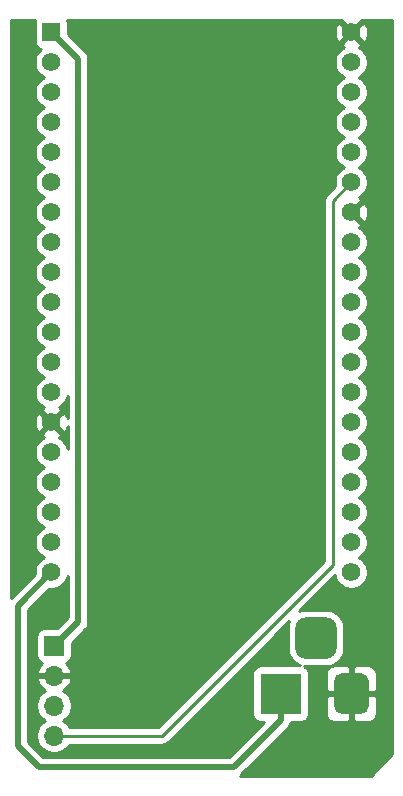
<source format=gbr>
%TF.GenerationSoftware,KiCad,Pcbnew,(5.1.6)-1*%
%TF.CreationDate,2020-09-03T22:55:08+05:30*%
%TF.ProjectId,WeatherStationKit (BareBones),57656174-6865-4725-9374-6174696f6e4b,rev?*%
%TF.SameCoordinates,Original*%
%TF.FileFunction,Copper,L1,Top*%
%TF.FilePolarity,Positive*%
%FSLAX46Y46*%
G04 Gerber Fmt 4.6, Leading zero omitted, Abs format (unit mm)*
G04 Created by KiCad (PCBNEW (5.1.6)-1) date 2020-09-03 22:55:09*
%MOMM*%
%LPD*%
G01*
G04 APERTURE LIST*
%TA.AperFunction,ComponentPad*%
%ADD10R,3.500000X3.500000*%
%TD*%
%TA.AperFunction,ComponentPad*%
%ADD11R,1.700000X1.700000*%
%TD*%
%TA.AperFunction,ComponentPad*%
%ADD12O,1.700000X1.700000*%
%TD*%
%TA.AperFunction,ComponentPad*%
%ADD13R,1.560000X1.560000*%
%TD*%
%TA.AperFunction,ComponentPad*%
%ADD14C,1.560000*%
%TD*%
%TA.AperFunction,Conductor*%
%ADD15C,0.500000*%
%TD*%
%TA.AperFunction,Conductor*%
%ADD16C,0.250000*%
%TD*%
%TA.AperFunction,Conductor*%
%ADD17C,0.254000*%
%TD*%
G04 APERTURE END LIST*
D10*
%TO.P,Barrel Jack,1*%
%TO.N,5V*%
X102870000Y-119380000D03*
%TO.P,Barrel Jack,2*%
%TO.N,GND*%
%TA.AperFunction,ComponentPad*%
G36*
G01*
X110370000Y-118380000D02*
X110370000Y-120380000D01*
G75*
G02*
X109620000Y-121130000I-750000J0D01*
G01*
X108120000Y-121130000D01*
G75*
G02*
X107370000Y-120380000I0J750000D01*
G01*
X107370000Y-118380000D01*
G75*
G02*
X108120000Y-117630000I750000J0D01*
G01*
X109620000Y-117630000D01*
G75*
G02*
X110370000Y-118380000I0J-750000D01*
G01*
G37*
%TD.AperFunction*%
%TO.P,Barrel Jack,3*%
%TO.N,Net-(J2-Pad3)*%
%TA.AperFunction,ComponentPad*%
G36*
G01*
X107620000Y-113805000D02*
X107620000Y-115555000D01*
G75*
G02*
X106745000Y-116430000I-875000J0D01*
G01*
X104995000Y-116430000D01*
G75*
G02*
X104120000Y-115555000I0J875000D01*
G01*
X104120000Y-113805000D01*
G75*
G02*
X104995000Y-112930000I875000J0D01*
G01*
X106745000Y-112930000D01*
G75*
G02*
X107620000Y-113805000I0J-875000D01*
G01*
G37*
%TD.AperFunction*%
%TD*%
D11*
%TO.P,BME280,1*%
%TO.N,3V3*%
X83693000Y-115316000D03*
D12*
%TO.P,BME280,2*%
%TO.N,GND*%
X83693000Y-117856000D03*
%TO.P,BME280,3*%
%TO.N,SCL*%
X83693000Y-120396000D03*
%TO.P,BME280,4*%
%TO.N,SDA*%
X83693000Y-122936000D03*
%TD*%
D13*
%TO.P,ESP32 - Development Board,1*%
%TO.N,3V3*%
X83460000Y-63392600D03*
D14*
%TO.P,ESP32 - Development Board,2*%
%TO.N,Net-(U1-Pad2)*%
X83460000Y-65932600D03*
%TO.P,ESP32 - Development Board,19*%
%TO.N,5V*%
X83460000Y-109112600D03*
%TO.P,ESP32 - Development Board,3*%
%TO.N,Net-(U1-Pad3)*%
X83460000Y-68472600D03*
%TO.P,ESP32 - Development Board,4*%
%TO.N,Net-(U1-Pad4)*%
X83460000Y-71012600D03*
%TO.P,ESP32 - Development Board,5*%
%TO.N,Net-(U1-Pad5)*%
X83460000Y-73552600D03*
%TO.P,ESP32 - Development Board,6*%
%TO.N,Net-(U1-Pad6)*%
X83460000Y-76092600D03*
%TO.P,ESP32 - Development Board,7*%
%TO.N,Net-(U1-Pad7)*%
X83460000Y-78632600D03*
%TO.P,ESP32 - Development Board,8*%
%TO.N,Net-(U1-Pad8)*%
X83460000Y-81172600D03*
%TO.P,ESP32 - Development Board,9*%
%TO.N,Net-(U1-Pad9)*%
X83460000Y-83712600D03*
%TO.P,ESP32 - Development Board,10*%
%TO.N,Net-(U1-Pad10)*%
X83460000Y-86252600D03*
%TO.P,ESP32 - Development Board,11*%
%TO.N,Net-(U1-Pad11)*%
X83460000Y-88792600D03*
%TO.P,ESP32 - Development Board,12*%
%TO.N,Net-(U1-Pad12)*%
X83460000Y-91332600D03*
%TO.P,ESP32 - Development Board,13*%
%TO.N,Net-(U1-Pad13)*%
X83460000Y-93872600D03*
%TO.P,ESP32 - Development Board,14*%
%TO.N,GND*%
X83460000Y-96412600D03*
%TO.P,ESP32 - Development Board,15*%
%TO.N,Net-(U1-Pad15)*%
X83460000Y-98952600D03*
%TO.P,ESP32 - Development Board,16*%
%TO.N,Net-(U1-Pad16)*%
X83460000Y-101492600D03*
%TO.P,ESP32 - Development Board,17*%
%TO.N,Net-(U1-Pad17)*%
X83460000Y-104032600D03*
%TO.P,ESP32 - Development Board,18*%
%TO.N,Net-(U1-Pad18)*%
X83460000Y-106572600D03*
%TO.P,ESP32 - Development Board,20*%
%TO.N,GND*%
X108860000Y-63392600D03*
%TO.P,ESP32 - Development Board,21*%
%TO.N,Net-(U1-Pad21)*%
X108860000Y-65932600D03*
%TO.P,ESP32 - Development Board,22*%
%TO.N,SCL*%
X108860000Y-68472600D03*
%TO.P,ESP32 - Development Board,23*%
%TO.N,Net-(U1-Pad23)*%
X108860000Y-71012600D03*
%TO.P,ESP32 - Development Board,24*%
%TO.N,Net-(U1-Pad24)*%
X108860000Y-73552600D03*
%TO.P,ESP32 - Development Board,25*%
%TO.N,SDA*%
X108860000Y-76092600D03*
%TO.P,ESP32 - Development Board,26*%
%TO.N,GND*%
X108860000Y-78632600D03*
%TO.P,ESP32 - Development Board,27*%
%TO.N,Net-(U1-Pad27)*%
X108860000Y-81172600D03*
%TO.P,ESP32 - Development Board,28*%
%TO.N,Net-(U1-Pad28)*%
X108860000Y-83712600D03*
%TO.P,ESP32 - Development Board,29*%
%TO.N,Net-(U1-Pad29)*%
X108860000Y-86252600D03*
%TO.P,ESP32 - Development Board,30*%
%TO.N,Net-(U1-Pad30)*%
X108860000Y-88792600D03*
%TO.P,ESP32 - Development Board,31*%
%TO.N,Net-(U1-Pad31)*%
X108860000Y-91332600D03*
%TO.P,ESP32 - Development Board,32*%
%TO.N,Net-(U1-Pad32)*%
X108860000Y-93872600D03*
%TO.P,ESP32 - Development Board,33*%
%TO.N,Net-(U1-Pad33)*%
X108860000Y-96412600D03*
%TO.P,ESP32 - Development Board,34*%
%TO.N,Net-(U1-Pad34)*%
X108860000Y-98952600D03*
%TO.P,ESP32 - Development Board,35*%
%TO.N,Net-(U1-Pad35)*%
X108860000Y-101492600D03*
%TO.P,ESP32 - Development Board,36*%
%TO.N,Net-(U1-Pad36)*%
X108860000Y-104032600D03*
%TO.P,ESP32 - Development Board,37*%
%TO.N,Net-(U1-Pad37)*%
X108860000Y-106572600D03*
%TO.P,ESP32 - Development Board,38*%
%TO.N,Net-(U1-Pad38)*%
X108860000Y-109112600D03*
%TD*%
D15*
%TO.N,3V3*%
X85725000Y-113284000D02*
X83693000Y-115316000D01*
X83460000Y-63392600D02*
X85725000Y-65657600D01*
X85725000Y-65657600D02*
X85725000Y-113284000D01*
D16*
%TO.N,SDA*%
X83693000Y-122936000D02*
X92837000Y-122936000D01*
X92837000Y-122936000D02*
X107315000Y-108458000D01*
X107315000Y-77637600D02*
X108860000Y-76092600D01*
X107315000Y-108458000D02*
X107315000Y-77637600D01*
D15*
%TO.N,5V*%
X80645000Y-111927600D02*
X83460000Y-109112600D01*
X102870000Y-121630000D02*
X98897000Y-125603000D01*
X102870000Y-119380000D02*
X102870000Y-121630000D01*
X80645000Y-123825000D02*
X80645000Y-111927600D01*
X98897000Y-125603000D02*
X82423000Y-125603000D01*
X82423000Y-125603000D02*
X80645000Y-123825000D01*
%TD*%
D17*
%TO.N,GND*%
G36*
X108061184Y-62414179D02*
G01*
X108860000Y-63212995D01*
X109658816Y-62414179D01*
X109642470Y-62357000D01*
X112345000Y-62357000D01*
X112345001Y-124505393D01*
X110535394Y-126315000D01*
X99424459Y-126315000D01*
X99525817Y-126231817D01*
X99553534Y-126198044D01*
X103465049Y-122286530D01*
X103498817Y-122258817D01*
X103609411Y-122124059D01*
X103691589Y-121970313D01*
X103742195Y-121803490D01*
X103745683Y-121768072D01*
X104620000Y-121768072D01*
X104744482Y-121755812D01*
X104864180Y-121719502D01*
X104974494Y-121660537D01*
X105071185Y-121581185D01*
X105150537Y-121484494D01*
X105209502Y-121374180D01*
X105245812Y-121254482D01*
X105258072Y-121130000D01*
X106731928Y-121130000D01*
X106744188Y-121254482D01*
X106780498Y-121374180D01*
X106839463Y-121484494D01*
X106918815Y-121581185D01*
X107015506Y-121660537D01*
X107125820Y-121719502D01*
X107245518Y-121755812D01*
X107370000Y-121768072D01*
X108584250Y-121765000D01*
X108743000Y-121606250D01*
X108743000Y-119507000D01*
X108997000Y-119507000D01*
X108997000Y-121606250D01*
X109155750Y-121765000D01*
X110370000Y-121768072D01*
X110494482Y-121755812D01*
X110614180Y-121719502D01*
X110724494Y-121660537D01*
X110821185Y-121581185D01*
X110900537Y-121484494D01*
X110959502Y-121374180D01*
X110995812Y-121254482D01*
X111008072Y-121130000D01*
X111005000Y-119665750D01*
X110846250Y-119507000D01*
X108997000Y-119507000D01*
X108743000Y-119507000D01*
X106893750Y-119507000D01*
X106735000Y-119665750D01*
X106731928Y-121130000D01*
X105258072Y-121130000D01*
X105258072Y-117630000D01*
X106731928Y-117630000D01*
X106735000Y-119094250D01*
X106893750Y-119253000D01*
X108743000Y-119253000D01*
X108743000Y-117153750D01*
X108997000Y-117153750D01*
X108997000Y-119253000D01*
X110846250Y-119253000D01*
X111005000Y-119094250D01*
X111008072Y-117630000D01*
X110995812Y-117505518D01*
X110959502Y-117385820D01*
X110900537Y-117275506D01*
X110821185Y-117178815D01*
X110724494Y-117099463D01*
X110614180Y-117040498D01*
X110494482Y-117004188D01*
X110370000Y-116991928D01*
X109155750Y-116995000D01*
X108997000Y-117153750D01*
X108743000Y-117153750D01*
X108584250Y-116995000D01*
X107370000Y-116991928D01*
X107245518Y-117004188D01*
X107125820Y-117040498D01*
X107015506Y-117099463D01*
X106918815Y-117178815D01*
X106839463Y-117275506D01*
X106780498Y-117385820D01*
X106744188Y-117505518D01*
X106731928Y-117630000D01*
X105258072Y-117630000D01*
X105245812Y-117505518D01*
X105209502Y-117385820D01*
X105150537Y-117275506D01*
X105071185Y-117178815D01*
X104974494Y-117099463D01*
X104897869Y-117058506D01*
X104995000Y-117068072D01*
X106745000Y-117068072D01*
X107040186Y-117038999D01*
X107324028Y-116952896D01*
X107585618Y-116813073D01*
X107814903Y-116624903D01*
X108003073Y-116395618D01*
X108142896Y-116134028D01*
X108228999Y-115850186D01*
X108258072Y-115555000D01*
X108258072Y-113805000D01*
X108228999Y-113509814D01*
X108142896Y-113225972D01*
X108003073Y-112964382D01*
X107814903Y-112735097D01*
X107585618Y-112546927D01*
X107324028Y-112407104D01*
X107040186Y-112321001D01*
X106745000Y-112291928D01*
X104995000Y-112291928D01*
X104699814Y-112321001D01*
X104451464Y-112396337D01*
X107470025Y-109377777D01*
X107499377Y-109525340D01*
X107606043Y-109782854D01*
X107760897Y-110014610D01*
X107957990Y-110211703D01*
X108189746Y-110366557D01*
X108447260Y-110473223D01*
X108720635Y-110527600D01*
X108999365Y-110527600D01*
X109272740Y-110473223D01*
X109530254Y-110366557D01*
X109762010Y-110211703D01*
X109959103Y-110014610D01*
X110113957Y-109782854D01*
X110220623Y-109525340D01*
X110275000Y-109251965D01*
X110275000Y-108973235D01*
X110220623Y-108699860D01*
X110113957Y-108442346D01*
X109959103Y-108210590D01*
X109762010Y-108013497D01*
X109530254Y-107858643D01*
X109491523Y-107842600D01*
X109530254Y-107826557D01*
X109762010Y-107671703D01*
X109959103Y-107474610D01*
X110113957Y-107242854D01*
X110220623Y-106985340D01*
X110275000Y-106711965D01*
X110275000Y-106433235D01*
X110220623Y-106159860D01*
X110113957Y-105902346D01*
X109959103Y-105670590D01*
X109762010Y-105473497D01*
X109530254Y-105318643D01*
X109491523Y-105302600D01*
X109530254Y-105286557D01*
X109762010Y-105131703D01*
X109959103Y-104934610D01*
X110113957Y-104702854D01*
X110220623Y-104445340D01*
X110275000Y-104171965D01*
X110275000Y-103893235D01*
X110220623Y-103619860D01*
X110113957Y-103362346D01*
X109959103Y-103130590D01*
X109762010Y-102933497D01*
X109530254Y-102778643D01*
X109491523Y-102762600D01*
X109530254Y-102746557D01*
X109762010Y-102591703D01*
X109959103Y-102394610D01*
X110113957Y-102162854D01*
X110220623Y-101905340D01*
X110275000Y-101631965D01*
X110275000Y-101353235D01*
X110220623Y-101079860D01*
X110113957Y-100822346D01*
X109959103Y-100590590D01*
X109762010Y-100393497D01*
X109530254Y-100238643D01*
X109491523Y-100222600D01*
X109530254Y-100206557D01*
X109762010Y-100051703D01*
X109959103Y-99854610D01*
X110113957Y-99622854D01*
X110220623Y-99365340D01*
X110275000Y-99091965D01*
X110275000Y-98813235D01*
X110220623Y-98539860D01*
X110113957Y-98282346D01*
X109959103Y-98050590D01*
X109762010Y-97853497D01*
X109530254Y-97698643D01*
X109491523Y-97682600D01*
X109530254Y-97666557D01*
X109762010Y-97511703D01*
X109959103Y-97314610D01*
X110113957Y-97082854D01*
X110220623Y-96825340D01*
X110275000Y-96551965D01*
X110275000Y-96273235D01*
X110220623Y-95999860D01*
X110113957Y-95742346D01*
X109959103Y-95510590D01*
X109762010Y-95313497D01*
X109530254Y-95158643D01*
X109491523Y-95142600D01*
X109530254Y-95126557D01*
X109762010Y-94971703D01*
X109959103Y-94774610D01*
X110113957Y-94542854D01*
X110220623Y-94285340D01*
X110275000Y-94011965D01*
X110275000Y-93733235D01*
X110220623Y-93459860D01*
X110113957Y-93202346D01*
X109959103Y-92970590D01*
X109762010Y-92773497D01*
X109530254Y-92618643D01*
X109491523Y-92602600D01*
X109530254Y-92586557D01*
X109762010Y-92431703D01*
X109959103Y-92234610D01*
X110113957Y-92002854D01*
X110220623Y-91745340D01*
X110275000Y-91471965D01*
X110275000Y-91193235D01*
X110220623Y-90919860D01*
X110113957Y-90662346D01*
X109959103Y-90430590D01*
X109762010Y-90233497D01*
X109530254Y-90078643D01*
X109491523Y-90062600D01*
X109530254Y-90046557D01*
X109762010Y-89891703D01*
X109959103Y-89694610D01*
X110113957Y-89462854D01*
X110220623Y-89205340D01*
X110275000Y-88931965D01*
X110275000Y-88653235D01*
X110220623Y-88379860D01*
X110113957Y-88122346D01*
X109959103Y-87890590D01*
X109762010Y-87693497D01*
X109530254Y-87538643D01*
X109491523Y-87522600D01*
X109530254Y-87506557D01*
X109762010Y-87351703D01*
X109959103Y-87154610D01*
X110113957Y-86922854D01*
X110220623Y-86665340D01*
X110275000Y-86391965D01*
X110275000Y-86113235D01*
X110220623Y-85839860D01*
X110113957Y-85582346D01*
X109959103Y-85350590D01*
X109762010Y-85153497D01*
X109530254Y-84998643D01*
X109491523Y-84982600D01*
X109530254Y-84966557D01*
X109762010Y-84811703D01*
X109959103Y-84614610D01*
X110113957Y-84382854D01*
X110220623Y-84125340D01*
X110275000Y-83851965D01*
X110275000Y-83573235D01*
X110220623Y-83299860D01*
X110113957Y-83042346D01*
X109959103Y-82810590D01*
X109762010Y-82613497D01*
X109530254Y-82458643D01*
X109491523Y-82442600D01*
X109530254Y-82426557D01*
X109762010Y-82271703D01*
X109959103Y-82074610D01*
X110113957Y-81842854D01*
X110220623Y-81585340D01*
X110275000Y-81311965D01*
X110275000Y-81033235D01*
X110220623Y-80759860D01*
X110113957Y-80502346D01*
X109959103Y-80270590D01*
X109762010Y-80073497D01*
X109530254Y-79918643D01*
X109494475Y-79903823D01*
X109589655Y-79852949D01*
X109658816Y-79611021D01*
X108860000Y-78812205D01*
X108845858Y-78826348D01*
X108666253Y-78646743D01*
X108680395Y-78632600D01*
X109039605Y-78632600D01*
X109838421Y-79431416D01*
X110080349Y-79362255D01*
X110199248Y-79110157D01*
X110266681Y-78839706D01*
X110280057Y-78561297D01*
X110238860Y-78285628D01*
X110144675Y-78023292D01*
X110080349Y-77902945D01*
X109838421Y-77833784D01*
X109039605Y-78632600D01*
X108680395Y-78632600D01*
X108666253Y-78618458D01*
X108845858Y-78438853D01*
X108860000Y-78452995D01*
X109658816Y-77654179D01*
X109589655Y-77412251D01*
X109487721Y-77364175D01*
X109530254Y-77346557D01*
X109762010Y-77191703D01*
X109959103Y-76994610D01*
X110113957Y-76762854D01*
X110220623Y-76505340D01*
X110275000Y-76231965D01*
X110275000Y-75953235D01*
X110220623Y-75679860D01*
X110113957Y-75422346D01*
X109959103Y-75190590D01*
X109762010Y-74993497D01*
X109530254Y-74838643D01*
X109491523Y-74822600D01*
X109530254Y-74806557D01*
X109762010Y-74651703D01*
X109959103Y-74454610D01*
X110113957Y-74222854D01*
X110220623Y-73965340D01*
X110275000Y-73691965D01*
X110275000Y-73413235D01*
X110220623Y-73139860D01*
X110113957Y-72882346D01*
X109959103Y-72650590D01*
X109762010Y-72453497D01*
X109530254Y-72298643D01*
X109491523Y-72282600D01*
X109530254Y-72266557D01*
X109762010Y-72111703D01*
X109959103Y-71914610D01*
X110113957Y-71682854D01*
X110220623Y-71425340D01*
X110275000Y-71151965D01*
X110275000Y-70873235D01*
X110220623Y-70599860D01*
X110113957Y-70342346D01*
X109959103Y-70110590D01*
X109762010Y-69913497D01*
X109530254Y-69758643D01*
X109491523Y-69742600D01*
X109530254Y-69726557D01*
X109762010Y-69571703D01*
X109959103Y-69374610D01*
X110113957Y-69142854D01*
X110220623Y-68885340D01*
X110275000Y-68611965D01*
X110275000Y-68333235D01*
X110220623Y-68059860D01*
X110113957Y-67802346D01*
X109959103Y-67570590D01*
X109762010Y-67373497D01*
X109530254Y-67218643D01*
X109491523Y-67202600D01*
X109530254Y-67186557D01*
X109762010Y-67031703D01*
X109959103Y-66834610D01*
X110113957Y-66602854D01*
X110220623Y-66345340D01*
X110275000Y-66071965D01*
X110275000Y-65793235D01*
X110220623Y-65519860D01*
X110113957Y-65262346D01*
X109959103Y-65030590D01*
X109762010Y-64833497D01*
X109530254Y-64678643D01*
X109494475Y-64663823D01*
X109589655Y-64612949D01*
X109658816Y-64371021D01*
X108860000Y-63572205D01*
X108061184Y-64371021D01*
X108130345Y-64612949D01*
X108232279Y-64661025D01*
X108189746Y-64678643D01*
X107957990Y-64833497D01*
X107760897Y-65030590D01*
X107606043Y-65262346D01*
X107499377Y-65519860D01*
X107445000Y-65793235D01*
X107445000Y-66071965D01*
X107499377Y-66345340D01*
X107606043Y-66602854D01*
X107760897Y-66834610D01*
X107957990Y-67031703D01*
X108189746Y-67186557D01*
X108228477Y-67202600D01*
X108189746Y-67218643D01*
X107957990Y-67373497D01*
X107760897Y-67570590D01*
X107606043Y-67802346D01*
X107499377Y-68059860D01*
X107445000Y-68333235D01*
X107445000Y-68611965D01*
X107499377Y-68885340D01*
X107606043Y-69142854D01*
X107760897Y-69374610D01*
X107957990Y-69571703D01*
X108189746Y-69726557D01*
X108228477Y-69742600D01*
X108189746Y-69758643D01*
X107957990Y-69913497D01*
X107760897Y-70110590D01*
X107606043Y-70342346D01*
X107499377Y-70599860D01*
X107445000Y-70873235D01*
X107445000Y-71151965D01*
X107499377Y-71425340D01*
X107606043Y-71682854D01*
X107760897Y-71914610D01*
X107957990Y-72111703D01*
X108189746Y-72266557D01*
X108228477Y-72282600D01*
X108189746Y-72298643D01*
X107957990Y-72453497D01*
X107760897Y-72650590D01*
X107606043Y-72882346D01*
X107499377Y-73139860D01*
X107445000Y-73413235D01*
X107445000Y-73691965D01*
X107499377Y-73965340D01*
X107606043Y-74222854D01*
X107760897Y-74454610D01*
X107957990Y-74651703D01*
X108189746Y-74806557D01*
X108228477Y-74822600D01*
X108189746Y-74838643D01*
X107957990Y-74993497D01*
X107760897Y-75190590D01*
X107606043Y-75422346D01*
X107499377Y-75679860D01*
X107445000Y-75953235D01*
X107445000Y-76231965D01*
X107478320Y-76399478D01*
X106803998Y-77073801D01*
X106775000Y-77097599D01*
X106751202Y-77126597D01*
X106751201Y-77126598D01*
X106680026Y-77213324D01*
X106609454Y-77345354D01*
X106565998Y-77488615D01*
X106551324Y-77637600D01*
X106555001Y-77674933D01*
X106555000Y-108143198D01*
X92522199Y-122176000D01*
X84971178Y-122176000D01*
X84846475Y-121989368D01*
X84639632Y-121782525D01*
X84465240Y-121666000D01*
X84639632Y-121549475D01*
X84846475Y-121342632D01*
X85008990Y-121099411D01*
X85120932Y-120829158D01*
X85178000Y-120542260D01*
X85178000Y-120249740D01*
X85120932Y-119962842D01*
X85008990Y-119692589D01*
X84846475Y-119449368D01*
X84639632Y-119242525D01*
X84457466Y-119120805D01*
X84574355Y-119051178D01*
X84790588Y-118856269D01*
X84964641Y-118622920D01*
X85089825Y-118360099D01*
X85134476Y-118212890D01*
X85013155Y-117983000D01*
X83820000Y-117983000D01*
X83820000Y-118003000D01*
X83566000Y-118003000D01*
X83566000Y-117983000D01*
X82372845Y-117983000D01*
X82251524Y-118212890D01*
X82296175Y-118360099D01*
X82421359Y-118622920D01*
X82595412Y-118856269D01*
X82811645Y-119051178D01*
X82928534Y-119120805D01*
X82746368Y-119242525D01*
X82539525Y-119449368D01*
X82377010Y-119692589D01*
X82265068Y-119962842D01*
X82208000Y-120249740D01*
X82208000Y-120542260D01*
X82265068Y-120829158D01*
X82377010Y-121099411D01*
X82539525Y-121342632D01*
X82746368Y-121549475D01*
X82920760Y-121666000D01*
X82746368Y-121782525D01*
X82539525Y-121989368D01*
X82377010Y-122232589D01*
X82265068Y-122502842D01*
X82208000Y-122789740D01*
X82208000Y-123082260D01*
X82265068Y-123369158D01*
X82377010Y-123639411D01*
X82539525Y-123882632D01*
X82746368Y-124089475D01*
X82989589Y-124251990D01*
X83259842Y-124363932D01*
X83546740Y-124421000D01*
X83839260Y-124421000D01*
X84126158Y-124363932D01*
X84396411Y-124251990D01*
X84639632Y-124089475D01*
X84846475Y-123882632D01*
X84971178Y-123696000D01*
X92799678Y-123696000D01*
X92837000Y-123699676D01*
X92874322Y-123696000D01*
X92874333Y-123696000D01*
X92985986Y-123685003D01*
X93129247Y-123641546D01*
X93261276Y-123570974D01*
X93377001Y-123476001D01*
X93400804Y-123446997D01*
X103586337Y-113261464D01*
X103511001Y-113509814D01*
X103481928Y-113805000D01*
X103481928Y-115555000D01*
X103511001Y-115850186D01*
X103597104Y-116134028D01*
X103736927Y-116395618D01*
X103925097Y-116624903D01*
X104154382Y-116813073D01*
X104415972Y-116952896D01*
X104544643Y-116991928D01*
X101120000Y-116991928D01*
X100995518Y-117004188D01*
X100875820Y-117040498D01*
X100765506Y-117099463D01*
X100668815Y-117178815D01*
X100589463Y-117275506D01*
X100530498Y-117385820D01*
X100494188Y-117505518D01*
X100481928Y-117630000D01*
X100481928Y-121130000D01*
X100494188Y-121254482D01*
X100530498Y-121374180D01*
X100589463Y-121484494D01*
X100668815Y-121581185D01*
X100765506Y-121660537D01*
X100875820Y-121719502D01*
X100995518Y-121755812D01*
X101120000Y-121768072D01*
X101480349Y-121768072D01*
X98530422Y-124718000D01*
X82789579Y-124718000D01*
X81530000Y-123458422D01*
X81530000Y-112294178D01*
X83300570Y-110523609D01*
X83320635Y-110527600D01*
X83599365Y-110527600D01*
X83872740Y-110473223D01*
X84130254Y-110366557D01*
X84362010Y-110211703D01*
X84559103Y-110014610D01*
X84713957Y-109782854D01*
X84820623Y-109525340D01*
X84840001Y-109427919D01*
X84840001Y-112917420D01*
X83929494Y-113827928D01*
X82843000Y-113827928D01*
X82718518Y-113840188D01*
X82598820Y-113876498D01*
X82488506Y-113935463D01*
X82391815Y-114014815D01*
X82312463Y-114111506D01*
X82253498Y-114221820D01*
X82217188Y-114341518D01*
X82204928Y-114466000D01*
X82204928Y-116166000D01*
X82217188Y-116290482D01*
X82253498Y-116410180D01*
X82312463Y-116520494D01*
X82391815Y-116617185D01*
X82488506Y-116696537D01*
X82598820Y-116755502D01*
X82679466Y-116779966D01*
X82595412Y-116855731D01*
X82421359Y-117089080D01*
X82296175Y-117351901D01*
X82251524Y-117499110D01*
X82372845Y-117729000D01*
X83566000Y-117729000D01*
X83566000Y-117709000D01*
X83820000Y-117709000D01*
X83820000Y-117729000D01*
X85013155Y-117729000D01*
X85134476Y-117499110D01*
X85089825Y-117351901D01*
X84964641Y-117089080D01*
X84790588Y-116855731D01*
X84706534Y-116779966D01*
X84787180Y-116755502D01*
X84897494Y-116696537D01*
X84994185Y-116617185D01*
X85073537Y-116520494D01*
X85132502Y-116410180D01*
X85168812Y-116290482D01*
X85181072Y-116166000D01*
X85181072Y-115079506D01*
X86320049Y-113940530D01*
X86353817Y-113912817D01*
X86383624Y-113876498D01*
X86464410Y-113778060D01*
X86546588Y-113624314D01*
X86546589Y-113624313D01*
X86597195Y-113457490D01*
X86610000Y-113327477D01*
X86610000Y-113327469D01*
X86614281Y-113284000D01*
X86610000Y-113240531D01*
X86610000Y-65701069D01*
X86614281Y-65657600D01*
X86610000Y-65614131D01*
X86610000Y-65614123D01*
X86597195Y-65484110D01*
X86546589Y-65317287D01*
X86464411Y-65163541D01*
X86353817Y-65028783D01*
X86320050Y-65001071D01*
X84878072Y-63559094D01*
X84878072Y-63463903D01*
X107439943Y-63463903D01*
X107481140Y-63739572D01*
X107575325Y-64001908D01*
X107639651Y-64122255D01*
X107881579Y-64191416D01*
X108680395Y-63392600D01*
X109039605Y-63392600D01*
X109838421Y-64191416D01*
X110080349Y-64122255D01*
X110199248Y-63870157D01*
X110266681Y-63599706D01*
X110280057Y-63321297D01*
X110238860Y-63045628D01*
X110144675Y-62783292D01*
X110080349Y-62662945D01*
X109838421Y-62593784D01*
X109039605Y-63392600D01*
X108680395Y-63392600D01*
X107881579Y-62593784D01*
X107639651Y-62662945D01*
X107520752Y-62915043D01*
X107453319Y-63185494D01*
X107439943Y-63463903D01*
X84878072Y-63463903D01*
X84878072Y-62612600D01*
X84865812Y-62488118D01*
X84829502Y-62368420D01*
X84823398Y-62357000D01*
X108077530Y-62357000D01*
X108061184Y-62414179D01*
G37*
X108061184Y-62414179D02*
X108860000Y-63212995D01*
X109658816Y-62414179D01*
X109642470Y-62357000D01*
X112345000Y-62357000D01*
X112345001Y-124505393D01*
X110535394Y-126315000D01*
X99424459Y-126315000D01*
X99525817Y-126231817D01*
X99553534Y-126198044D01*
X103465049Y-122286530D01*
X103498817Y-122258817D01*
X103609411Y-122124059D01*
X103691589Y-121970313D01*
X103742195Y-121803490D01*
X103745683Y-121768072D01*
X104620000Y-121768072D01*
X104744482Y-121755812D01*
X104864180Y-121719502D01*
X104974494Y-121660537D01*
X105071185Y-121581185D01*
X105150537Y-121484494D01*
X105209502Y-121374180D01*
X105245812Y-121254482D01*
X105258072Y-121130000D01*
X106731928Y-121130000D01*
X106744188Y-121254482D01*
X106780498Y-121374180D01*
X106839463Y-121484494D01*
X106918815Y-121581185D01*
X107015506Y-121660537D01*
X107125820Y-121719502D01*
X107245518Y-121755812D01*
X107370000Y-121768072D01*
X108584250Y-121765000D01*
X108743000Y-121606250D01*
X108743000Y-119507000D01*
X108997000Y-119507000D01*
X108997000Y-121606250D01*
X109155750Y-121765000D01*
X110370000Y-121768072D01*
X110494482Y-121755812D01*
X110614180Y-121719502D01*
X110724494Y-121660537D01*
X110821185Y-121581185D01*
X110900537Y-121484494D01*
X110959502Y-121374180D01*
X110995812Y-121254482D01*
X111008072Y-121130000D01*
X111005000Y-119665750D01*
X110846250Y-119507000D01*
X108997000Y-119507000D01*
X108743000Y-119507000D01*
X106893750Y-119507000D01*
X106735000Y-119665750D01*
X106731928Y-121130000D01*
X105258072Y-121130000D01*
X105258072Y-117630000D01*
X106731928Y-117630000D01*
X106735000Y-119094250D01*
X106893750Y-119253000D01*
X108743000Y-119253000D01*
X108743000Y-117153750D01*
X108997000Y-117153750D01*
X108997000Y-119253000D01*
X110846250Y-119253000D01*
X111005000Y-119094250D01*
X111008072Y-117630000D01*
X110995812Y-117505518D01*
X110959502Y-117385820D01*
X110900537Y-117275506D01*
X110821185Y-117178815D01*
X110724494Y-117099463D01*
X110614180Y-117040498D01*
X110494482Y-117004188D01*
X110370000Y-116991928D01*
X109155750Y-116995000D01*
X108997000Y-117153750D01*
X108743000Y-117153750D01*
X108584250Y-116995000D01*
X107370000Y-116991928D01*
X107245518Y-117004188D01*
X107125820Y-117040498D01*
X107015506Y-117099463D01*
X106918815Y-117178815D01*
X106839463Y-117275506D01*
X106780498Y-117385820D01*
X106744188Y-117505518D01*
X106731928Y-117630000D01*
X105258072Y-117630000D01*
X105245812Y-117505518D01*
X105209502Y-117385820D01*
X105150537Y-117275506D01*
X105071185Y-117178815D01*
X104974494Y-117099463D01*
X104897869Y-117058506D01*
X104995000Y-117068072D01*
X106745000Y-117068072D01*
X107040186Y-117038999D01*
X107324028Y-116952896D01*
X107585618Y-116813073D01*
X107814903Y-116624903D01*
X108003073Y-116395618D01*
X108142896Y-116134028D01*
X108228999Y-115850186D01*
X108258072Y-115555000D01*
X108258072Y-113805000D01*
X108228999Y-113509814D01*
X108142896Y-113225972D01*
X108003073Y-112964382D01*
X107814903Y-112735097D01*
X107585618Y-112546927D01*
X107324028Y-112407104D01*
X107040186Y-112321001D01*
X106745000Y-112291928D01*
X104995000Y-112291928D01*
X104699814Y-112321001D01*
X104451464Y-112396337D01*
X107470025Y-109377777D01*
X107499377Y-109525340D01*
X107606043Y-109782854D01*
X107760897Y-110014610D01*
X107957990Y-110211703D01*
X108189746Y-110366557D01*
X108447260Y-110473223D01*
X108720635Y-110527600D01*
X108999365Y-110527600D01*
X109272740Y-110473223D01*
X109530254Y-110366557D01*
X109762010Y-110211703D01*
X109959103Y-110014610D01*
X110113957Y-109782854D01*
X110220623Y-109525340D01*
X110275000Y-109251965D01*
X110275000Y-108973235D01*
X110220623Y-108699860D01*
X110113957Y-108442346D01*
X109959103Y-108210590D01*
X109762010Y-108013497D01*
X109530254Y-107858643D01*
X109491523Y-107842600D01*
X109530254Y-107826557D01*
X109762010Y-107671703D01*
X109959103Y-107474610D01*
X110113957Y-107242854D01*
X110220623Y-106985340D01*
X110275000Y-106711965D01*
X110275000Y-106433235D01*
X110220623Y-106159860D01*
X110113957Y-105902346D01*
X109959103Y-105670590D01*
X109762010Y-105473497D01*
X109530254Y-105318643D01*
X109491523Y-105302600D01*
X109530254Y-105286557D01*
X109762010Y-105131703D01*
X109959103Y-104934610D01*
X110113957Y-104702854D01*
X110220623Y-104445340D01*
X110275000Y-104171965D01*
X110275000Y-103893235D01*
X110220623Y-103619860D01*
X110113957Y-103362346D01*
X109959103Y-103130590D01*
X109762010Y-102933497D01*
X109530254Y-102778643D01*
X109491523Y-102762600D01*
X109530254Y-102746557D01*
X109762010Y-102591703D01*
X109959103Y-102394610D01*
X110113957Y-102162854D01*
X110220623Y-101905340D01*
X110275000Y-101631965D01*
X110275000Y-101353235D01*
X110220623Y-101079860D01*
X110113957Y-100822346D01*
X109959103Y-100590590D01*
X109762010Y-100393497D01*
X109530254Y-100238643D01*
X109491523Y-100222600D01*
X109530254Y-100206557D01*
X109762010Y-100051703D01*
X109959103Y-99854610D01*
X110113957Y-99622854D01*
X110220623Y-99365340D01*
X110275000Y-99091965D01*
X110275000Y-98813235D01*
X110220623Y-98539860D01*
X110113957Y-98282346D01*
X109959103Y-98050590D01*
X109762010Y-97853497D01*
X109530254Y-97698643D01*
X109491523Y-97682600D01*
X109530254Y-97666557D01*
X109762010Y-97511703D01*
X109959103Y-97314610D01*
X110113957Y-97082854D01*
X110220623Y-96825340D01*
X110275000Y-96551965D01*
X110275000Y-96273235D01*
X110220623Y-95999860D01*
X110113957Y-95742346D01*
X109959103Y-95510590D01*
X109762010Y-95313497D01*
X109530254Y-95158643D01*
X109491523Y-95142600D01*
X109530254Y-95126557D01*
X109762010Y-94971703D01*
X109959103Y-94774610D01*
X110113957Y-94542854D01*
X110220623Y-94285340D01*
X110275000Y-94011965D01*
X110275000Y-93733235D01*
X110220623Y-93459860D01*
X110113957Y-93202346D01*
X109959103Y-92970590D01*
X109762010Y-92773497D01*
X109530254Y-92618643D01*
X109491523Y-92602600D01*
X109530254Y-92586557D01*
X109762010Y-92431703D01*
X109959103Y-92234610D01*
X110113957Y-92002854D01*
X110220623Y-91745340D01*
X110275000Y-91471965D01*
X110275000Y-91193235D01*
X110220623Y-90919860D01*
X110113957Y-90662346D01*
X109959103Y-90430590D01*
X109762010Y-90233497D01*
X109530254Y-90078643D01*
X109491523Y-90062600D01*
X109530254Y-90046557D01*
X109762010Y-89891703D01*
X109959103Y-89694610D01*
X110113957Y-89462854D01*
X110220623Y-89205340D01*
X110275000Y-88931965D01*
X110275000Y-88653235D01*
X110220623Y-88379860D01*
X110113957Y-88122346D01*
X109959103Y-87890590D01*
X109762010Y-87693497D01*
X109530254Y-87538643D01*
X109491523Y-87522600D01*
X109530254Y-87506557D01*
X109762010Y-87351703D01*
X109959103Y-87154610D01*
X110113957Y-86922854D01*
X110220623Y-86665340D01*
X110275000Y-86391965D01*
X110275000Y-86113235D01*
X110220623Y-85839860D01*
X110113957Y-85582346D01*
X109959103Y-85350590D01*
X109762010Y-85153497D01*
X109530254Y-84998643D01*
X109491523Y-84982600D01*
X109530254Y-84966557D01*
X109762010Y-84811703D01*
X109959103Y-84614610D01*
X110113957Y-84382854D01*
X110220623Y-84125340D01*
X110275000Y-83851965D01*
X110275000Y-83573235D01*
X110220623Y-83299860D01*
X110113957Y-83042346D01*
X109959103Y-82810590D01*
X109762010Y-82613497D01*
X109530254Y-82458643D01*
X109491523Y-82442600D01*
X109530254Y-82426557D01*
X109762010Y-82271703D01*
X109959103Y-82074610D01*
X110113957Y-81842854D01*
X110220623Y-81585340D01*
X110275000Y-81311965D01*
X110275000Y-81033235D01*
X110220623Y-80759860D01*
X110113957Y-80502346D01*
X109959103Y-80270590D01*
X109762010Y-80073497D01*
X109530254Y-79918643D01*
X109494475Y-79903823D01*
X109589655Y-79852949D01*
X109658816Y-79611021D01*
X108860000Y-78812205D01*
X108845858Y-78826348D01*
X108666253Y-78646743D01*
X108680395Y-78632600D01*
X109039605Y-78632600D01*
X109838421Y-79431416D01*
X110080349Y-79362255D01*
X110199248Y-79110157D01*
X110266681Y-78839706D01*
X110280057Y-78561297D01*
X110238860Y-78285628D01*
X110144675Y-78023292D01*
X110080349Y-77902945D01*
X109838421Y-77833784D01*
X109039605Y-78632600D01*
X108680395Y-78632600D01*
X108666253Y-78618458D01*
X108845858Y-78438853D01*
X108860000Y-78452995D01*
X109658816Y-77654179D01*
X109589655Y-77412251D01*
X109487721Y-77364175D01*
X109530254Y-77346557D01*
X109762010Y-77191703D01*
X109959103Y-76994610D01*
X110113957Y-76762854D01*
X110220623Y-76505340D01*
X110275000Y-76231965D01*
X110275000Y-75953235D01*
X110220623Y-75679860D01*
X110113957Y-75422346D01*
X109959103Y-75190590D01*
X109762010Y-74993497D01*
X109530254Y-74838643D01*
X109491523Y-74822600D01*
X109530254Y-74806557D01*
X109762010Y-74651703D01*
X109959103Y-74454610D01*
X110113957Y-74222854D01*
X110220623Y-73965340D01*
X110275000Y-73691965D01*
X110275000Y-73413235D01*
X110220623Y-73139860D01*
X110113957Y-72882346D01*
X109959103Y-72650590D01*
X109762010Y-72453497D01*
X109530254Y-72298643D01*
X109491523Y-72282600D01*
X109530254Y-72266557D01*
X109762010Y-72111703D01*
X109959103Y-71914610D01*
X110113957Y-71682854D01*
X110220623Y-71425340D01*
X110275000Y-71151965D01*
X110275000Y-70873235D01*
X110220623Y-70599860D01*
X110113957Y-70342346D01*
X109959103Y-70110590D01*
X109762010Y-69913497D01*
X109530254Y-69758643D01*
X109491523Y-69742600D01*
X109530254Y-69726557D01*
X109762010Y-69571703D01*
X109959103Y-69374610D01*
X110113957Y-69142854D01*
X110220623Y-68885340D01*
X110275000Y-68611965D01*
X110275000Y-68333235D01*
X110220623Y-68059860D01*
X110113957Y-67802346D01*
X109959103Y-67570590D01*
X109762010Y-67373497D01*
X109530254Y-67218643D01*
X109491523Y-67202600D01*
X109530254Y-67186557D01*
X109762010Y-67031703D01*
X109959103Y-66834610D01*
X110113957Y-66602854D01*
X110220623Y-66345340D01*
X110275000Y-66071965D01*
X110275000Y-65793235D01*
X110220623Y-65519860D01*
X110113957Y-65262346D01*
X109959103Y-65030590D01*
X109762010Y-64833497D01*
X109530254Y-64678643D01*
X109494475Y-64663823D01*
X109589655Y-64612949D01*
X109658816Y-64371021D01*
X108860000Y-63572205D01*
X108061184Y-64371021D01*
X108130345Y-64612949D01*
X108232279Y-64661025D01*
X108189746Y-64678643D01*
X107957990Y-64833497D01*
X107760897Y-65030590D01*
X107606043Y-65262346D01*
X107499377Y-65519860D01*
X107445000Y-65793235D01*
X107445000Y-66071965D01*
X107499377Y-66345340D01*
X107606043Y-66602854D01*
X107760897Y-66834610D01*
X107957990Y-67031703D01*
X108189746Y-67186557D01*
X108228477Y-67202600D01*
X108189746Y-67218643D01*
X107957990Y-67373497D01*
X107760897Y-67570590D01*
X107606043Y-67802346D01*
X107499377Y-68059860D01*
X107445000Y-68333235D01*
X107445000Y-68611965D01*
X107499377Y-68885340D01*
X107606043Y-69142854D01*
X107760897Y-69374610D01*
X107957990Y-69571703D01*
X108189746Y-69726557D01*
X108228477Y-69742600D01*
X108189746Y-69758643D01*
X107957990Y-69913497D01*
X107760897Y-70110590D01*
X107606043Y-70342346D01*
X107499377Y-70599860D01*
X107445000Y-70873235D01*
X107445000Y-71151965D01*
X107499377Y-71425340D01*
X107606043Y-71682854D01*
X107760897Y-71914610D01*
X107957990Y-72111703D01*
X108189746Y-72266557D01*
X108228477Y-72282600D01*
X108189746Y-72298643D01*
X107957990Y-72453497D01*
X107760897Y-72650590D01*
X107606043Y-72882346D01*
X107499377Y-73139860D01*
X107445000Y-73413235D01*
X107445000Y-73691965D01*
X107499377Y-73965340D01*
X107606043Y-74222854D01*
X107760897Y-74454610D01*
X107957990Y-74651703D01*
X108189746Y-74806557D01*
X108228477Y-74822600D01*
X108189746Y-74838643D01*
X107957990Y-74993497D01*
X107760897Y-75190590D01*
X107606043Y-75422346D01*
X107499377Y-75679860D01*
X107445000Y-75953235D01*
X107445000Y-76231965D01*
X107478320Y-76399478D01*
X106803998Y-77073801D01*
X106775000Y-77097599D01*
X106751202Y-77126597D01*
X106751201Y-77126598D01*
X106680026Y-77213324D01*
X106609454Y-77345354D01*
X106565998Y-77488615D01*
X106551324Y-77637600D01*
X106555001Y-77674933D01*
X106555000Y-108143198D01*
X92522199Y-122176000D01*
X84971178Y-122176000D01*
X84846475Y-121989368D01*
X84639632Y-121782525D01*
X84465240Y-121666000D01*
X84639632Y-121549475D01*
X84846475Y-121342632D01*
X85008990Y-121099411D01*
X85120932Y-120829158D01*
X85178000Y-120542260D01*
X85178000Y-120249740D01*
X85120932Y-119962842D01*
X85008990Y-119692589D01*
X84846475Y-119449368D01*
X84639632Y-119242525D01*
X84457466Y-119120805D01*
X84574355Y-119051178D01*
X84790588Y-118856269D01*
X84964641Y-118622920D01*
X85089825Y-118360099D01*
X85134476Y-118212890D01*
X85013155Y-117983000D01*
X83820000Y-117983000D01*
X83820000Y-118003000D01*
X83566000Y-118003000D01*
X83566000Y-117983000D01*
X82372845Y-117983000D01*
X82251524Y-118212890D01*
X82296175Y-118360099D01*
X82421359Y-118622920D01*
X82595412Y-118856269D01*
X82811645Y-119051178D01*
X82928534Y-119120805D01*
X82746368Y-119242525D01*
X82539525Y-119449368D01*
X82377010Y-119692589D01*
X82265068Y-119962842D01*
X82208000Y-120249740D01*
X82208000Y-120542260D01*
X82265068Y-120829158D01*
X82377010Y-121099411D01*
X82539525Y-121342632D01*
X82746368Y-121549475D01*
X82920760Y-121666000D01*
X82746368Y-121782525D01*
X82539525Y-121989368D01*
X82377010Y-122232589D01*
X82265068Y-122502842D01*
X82208000Y-122789740D01*
X82208000Y-123082260D01*
X82265068Y-123369158D01*
X82377010Y-123639411D01*
X82539525Y-123882632D01*
X82746368Y-124089475D01*
X82989589Y-124251990D01*
X83259842Y-124363932D01*
X83546740Y-124421000D01*
X83839260Y-124421000D01*
X84126158Y-124363932D01*
X84396411Y-124251990D01*
X84639632Y-124089475D01*
X84846475Y-123882632D01*
X84971178Y-123696000D01*
X92799678Y-123696000D01*
X92837000Y-123699676D01*
X92874322Y-123696000D01*
X92874333Y-123696000D01*
X92985986Y-123685003D01*
X93129247Y-123641546D01*
X93261276Y-123570974D01*
X93377001Y-123476001D01*
X93400804Y-123446997D01*
X103586337Y-113261464D01*
X103511001Y-113509814D01*
X103481928Y-113805000D01*
X103481928Y-115555000D01*
X103511001Y-115850186D01*
X103597104Y-116134028D01*
X103736927Y-116395618D01*
X103925097Y-116624903D01*
X104154382Y-116813073D01*
X104415972Y-116952896D01*
X104544643Y-116991928D01*
X101120000Y-116991928D01*
X100995518Y-117004188D01*
X100875820Y-117040498D01*
X100765506Y-117099463D01*
X100668815Y-117178815D01*
X100589463Y-117275506D01*
X100530498Y-117385820D01*
X100494188Y-117505518D01*
X100481928Y-117630000D01*
X100481928Y-121130000D01*
X100494188Y-121254482D01*
X100530498Y-121374180D01*
X100589463Y-121484494D01*
X100668815Y-121581185D01*
X100765506Y-121660537D01*
X100875820Y-121719502D01*
X100995518Y-121755812D01*
X101120000Y-121768072D01*
X101480349Y-121768072D01*
X98530422Y-124718000D01*
X82789579Y-124718000D01*
X81530000Y-123458422D01*
X81530000Y-112294178D01*
X83300570Y-110523609D01*
X83320635Y-110527600D01*
X83599365Y-110527600D01*
X83872740Y-110473223D01*
X84130254Y-110366557D01*
X84362010Y-110211703D01*
X84559103Y-110014610D01*
X84713957Y-109782854D01*
X84820623Y-109525340D01*
X84840001Y-109427919D01*
X84840001Y-112917420D01*
X83929494Y-113827928D01*
X82843000Y-113827928D01*
X82718518Y-113840188D01*
X82598820Y-113876498D01*
X82488506Y-113935463D01*
X82391815Y-114014815D01*
X82312463Y-114111506D01*
X82253498Y-114221820D01*
X82217188Y-114341518D01*
X82204928Y-114466000D01*
X82204928Y-116166000D01*
X82217188Y-116290482D01*
X82253498Y-116410180D01*
X82312463Y-116520494D01*
X82391815Y-116617185D01*
X82488506Y-116696537D01*
X82598820Y-116755502D01*
X82679466Y-116779966D01*
X82595412Y-116855731D01*
X82421359Y-117089080D01*
X82296175Y-117351901D01*
X82251524Y-117499110D01*
X82372845Y-117729000D01*
X83566000Y-117729000D01*
X83566000Y-117709000D01*
X83820000Y-117709000D01*
X83820000Y-117729000D01*
X85013155Y-117729000D01*
X85134476Y-117499110D01*
X85089825Y-117351901D01*
X84964641Y-117089080D01*
X84790588Y-116855731D01*
X84706534Y-116779966D01*
X84787180Y-116755502D01*
X84897494Y-116696537D01*
X84994185Y-116617185D01*
X85073537Y-116520494D01*
X85132502Y-116410180D01*
X85168812Y-116290482D01*
X85181072Y-116166000D01*
X85181072Y-115079506D01*
X86320049Y-113940530D01*
X86353817Y-113912817D01*
X86383624Y-113876498D01*
X86464410Y-113778060D01*
X86546588Y-113624314D01*
X86546589Y-113624313D01*
X86597195Y-113457490D01*
X86610000Y-113327477D01*
X86610000Y-113327469D01*
X86614281Y-113284000D01*
X86610000Y-113240531D01*
X86610000Y-65701069D01*
X86614281Y-65657600D01*
X86610000Y-65614131D01*
X86610000Y-65614123D01*
X86597195Y-65484110D01*
X86546589Y-65317287D01*
X86464411Y-65163541D01*
X86353817Y-65028783D01*
X86320050Y-65001071D01*
X84878072Y-63559094D01*
X84878072Y-63463903D01*
X107439943Y-63463903D01*
X107481140Y-63739572D01*
X107575325Y-64001908D01*
X107639651Y-64122255D01*
X107881579Y-64191416D01*
X108680395Y-63392600D01*
X109039605Y-63392600D01*
X109838421Y-64191416D01*
X110080349Y-64122255D01*
X110199248Y-63870157D01*
X110266681Y-63599706D01*
X110280057Y-63321297D01*
X110238860Y-63045628D01*
X110144675Y-62783292D01*
X110080349Y-62662945D01*
X109838421Y-62593784D01*
X109039605Y-63392600D01*
X108680395Y-63392600D01*
X107881579Y-62593784D01*
X107639651Y-62662945D01*
X107520752Y-62915043D01*
X107453319Y-63185494D01*
X107439943Y-63463903D01*
X84878072Y-63463903D01*
X84878072Y-62612600D01*
X84865812Y-62488118D01*
X84829502Y-62368420D01*
X84823398Y-62357000D01*
X108077530Y-62357000D01*
X108061184Y-62414179D01*
G36*
X82090498Y-62368420D02*
G01*
X82054188Y-62488118D01*
X82041928Y-62612600D01*
X82041928Y-64172600D01*
X82054188Y-64297082D01*
X82090498Y-64416780D01*
X82149463Y-64527094D01*
X82228815Y-64623785D01*
X82325506Y-64703137D01*
X82435820Y-64762102D01*
X82555518Y-64798412D01*
X82603436Y-64803131D01*
X82557990Y-64833497D01*
X82360897Y-65030590D01*
X82206043Y-65262346D01*
X82099377Y-65519860D01*
X82045000Y-65793235D01*
X82045000Y-66071965D01*
X82099377Y-66345340D01*
X82206043Y-66602854D01*
X82360897Y-66834610D01*
X82557990Y-67031703D01*
X82789746Y-67186557D01*
X82828477Y-67202600D01*
X82789746Y-67218643D01*
X82557990Y-67373497D01*
X82360897Y-67570590D01*
X82206043Y-67802346D01*
X82099377Y-68059860D01*
X82045000Y-68333235D01*
X82045000Y-68611965D01*
X82099377Y-68885340D01*
X82206043Y-69142854D01*
X82360897Y-69374610D01*
X82557990Y-69571703D01*
X82789746Y-69726557D01*
X82828477Y-69742600D01*
X82789746Y-69758643D01*
X82557990Y-69913497D01*
X82360897Y-70110590D01*
X82206043Y-70342346D01*
X82099377Y-70599860D01*
X82045000Y-70873235D01*
X82045000Y-71151965D01*
X82099377Y-71425340D01*
X82206043Y-71682854D01*
X82360897Y-71914610D01*
X82557990Y-72111703D01*
X82789746Y-72266557D01*
X82828477Y-72282600D01*
X82789746Y-72298643D01*
X82557990Y-72453497D01*
X82360897Y-72650590D01*
X82206043Y-72882346D01*
X82099377Y-73139860D01*
X82045000Y-73413235D01*
X82045000Y-73691965D01*
X82099377Y-73965340D01*
X82206043Y-74222854D01*
X82360897Y-74454610D01*
X82557990Y-74651703D01*
X82789746Y-74806557D01*
X82828477Y-74822600D01*
X82789746Y-74838643D01*
X82557990Y-74993497D01*
X82360897Y-75190590D01*
X82206043Y-75422346D01*
X82099377Y-75679860D01*
X82045000Y-75953235D01*
X82045000Y-76231965D01*
X82099377Y-76505340D01*
X82206043Y-76762854D01*
X82360897Y-76994610D01*
X82557990Y-77191703D01*
X82789746Y-77346557D01*
X82828477Y-77362600D01*
X82789746Y-77378643D01*
X82557990Y-77533497D01*
X82360897Y-77730590D01*
X82206043Y-77962346D01*
X82099377Y-78219860D01*
X82045000Y-78493235D01*
X82045000Y-78771965D01*
X82099377Y-79045340D01*
X82206043Y-79302854D01*
X82360897Y-79534610D01*
X82557990Y-79731703D01*
X82789746Y-79886557D01*
X82828477Y-79902600D01*
X82789746Y-79918643D01*
X82557990Y-80073497D01*
X82360897Y-80270590D01*
X82206043Y-80502346D01*
X82099377Y-80759860D01*
X82045000Y-81033235D01*
X82045000Y-81311965D01*
X82099377Y-81585340D01*
X82206043Y-81842854D01*
X82360897Y-82074610D01*
X82557990Y-82271703D01*
X82789746Y-82426557D01*
X82828477Y-82442600D01*
X82789746Y-82458643D01*
X82557990Y-82613497D01*
X82360897Y-82810590D01*
X82206043Y-83042346D01*
X82099377Y-83299860D01*
X82045000Y-83573235D01*
X82045000Y-83851965D01*
X82099377Y-84125340D01*
X82206043Y-84382854D01*
X82360897Y-84614610D01*
X82557990Y-84811703D01*
X82789746Y-84966557D01*
X82828477Y-84982600D01*
X82789746Y-84998643D01*
X82557990Y-85153497D01*
X82360897Y-85350590D01*
X82206043Y-85582346D01*
X82099377Y-85839860D01*
X82045000Y-86113235D01*
X82045000Y-86391965D01*
X82099377Y-86665340D01*
X82206043Y-86922854D01*
X82360897Y-87154610D01*
X82557990Y-87351703D01*
X82789746Y-87506557D01*
X82828477Y-87522600D01*
X82789746Y-87538643D01*
X82557990Y-87693497D01*
X82360897Y-87890590D01*
X82206043Y-88122346D01*
X82099377Y-88379860D01*
X82045000Y-88653235D01*
X82045000Y-88931965D01*
X82099377Y-89205340D01*
X82206043Y-89462854D01*
X82360897Y-89694610D01*
X82557990Y-89891703D01*
X82789746Y-90046557D01*
X82828477Y-90062600D01*
X82789746Y-90078643D01*
X82557990Y-90233497D01*
X82360897Y-90430590D01*
X82206043Y-90662346D01*
X82099377Y-90919860D01*
X82045000Y-91193235D01*
X82045000Y-91471965D01*
X82099377Y-91745340D01*
X82206043Y-92002854D01*
X82360897Y-92234610D01*
X82557990Y-92431703D01*
X82789746Y-92586557D01*
X82828477Y-92602600D01*
X82789746Y-92618643D01*
X82557990Y-92773497D01*
X82360897Y-92970590D01*
X82206043Y-93202346D01*
X82099377Y-93459860D01*
X82045000Y-93733235D01*
X82045000Y-94011965D01*
X82099377Y-94285340D01*
X82206043Y-94542854D01*
X82360897Y-94774610D01*
X82557990Y-94971703D01*
X82789746Y-95126557D01*
X82825525Y-95141377D01*
X82730345Y-95192251D01*
X82661184Y-95434179D01*
X83460000Y-96232995D01*
X84258816Y-95434179D01*
X84189655Y-95192251D01*
X84087721Y-95144175D01*
X84130254Y-95126557D01*
X84362010Y-94971703D01*
X84559103Y-94774610D01*
X84713957Y-94542854D01*
X84820623Y-94285340D01*
X84840001Y-94187921D01*
X84840001Y-96073261D01*
X84838860Y-96065628D01*
X84744675Y-95803292D01*
X84680349Y-95682945D01*
X84438421Y-95613784D01*
X83639605Y-96412600D01*
X84438421Y-97211416D01*
X84680349Y-97142255D01*
X84799248Y-96890157D01*
X84840001Y-96726712D01*
X84840001Y-98637279D01*
X84820623Y-98539860D01*
X84713957Y-98282346D01*
X84559103Y-98050590D01*
X84362010Y-97853497D01*
X84130254Y-97698643D01*
X84094475Y-97683823D01*
X84189655Y-97632949D01*
X84258816Y-97391021D01*
X83460000Y-96592205D01*
X82661184Y-97391021D01*
X82730345Y-97632949D01*
X82832279Y-97681025D01*
X82789746Y-97698643D01*
X82557990Y-97853497D01*
X82360897Y-98050590D01*
X82206043Y-98282346D01*
X82099377Y-98539860D01*
X82045000Y-98813235D01*
X82045000Y-99091965D01*
X82099377Y-99365340D01*
X82206043Y-99622854D01*
X82360897Y-99854610D01*
X82557990Y-100051703D01*
X82789746Y-100206557D01*
X82828477Y-100222600D01*
X82789746Y-100238643D01*
X82557990Y-100393497D01*
X82360897Y-100590590D01*
X82206043Y-100822346D01*
X82099377Y-101079860D01*
X82045000Y-101353235D01*
X82045000Y-101631965D01*
X82099377Y-101905340D01*
X82206043Y-102162854D01*
X82360897Y-102394610D01*
X82557990Y-102591703D01*
X82789746Y-102746557D01*
X82828477Y-102762600D01*
X82789746Y-102778643D01*
X82557990Y-102933497D01*
X82360897Y-103130590D01*
X82206043Y-103362346D01*
X82099377Y-103619860D01*
X82045000Y-103893235D01*
X82045000Y-104171965D01*
X82099377Y-104445340D01*
X82206043Y-104702854D01*
X82360897Y-104934610D01*
X82557990Y-105131703D01*
X82789746Y-105286557D01*
X82828477Y-105302600D01*
X82789746Y-105318643D01*
X82557990Y-105473497D01*
X82360897Y-105670590D01*
X82206043Y-105902346D01*
X82099377Y-106159860D01*
X82045000Y-106433235D01*
X82045000Y-106711965D01*
X82099377Y-106985340D01*
X82206043Y-107242854D01*
X82360897Y-107474610D01*
X82557990Y-107671703D01*
X82789746Y-107826557D01*
X82828477Y-107842600D01*
X82789746Y-107858643D01*
X82557990Y-108013497D01*
X82360897Y-108210590D01*
X82206043Y-108442346D01*
X82099377Y-108699860D01*
X82045000Y-108973235D01*
X82045000Y-109251965D01*
X82048991Y-109272030D01*
X80060000Y-111261022D01*
X80060000Y-96483903D01*
X82039943Y-96483903D01*
X82081140Y-96759572D01*
X82175325Y-97021908D01*
X82239651Y-97142255D01*
X82481579Y-97211416D01*
X83280395Y-96412600D01*
X82481579Y-95613784D01*
X82239651Y-95682945D01*
X82120752Y-95935043D01*
X82053319Y-96205494D01*
X82039943Y-96483903D01*
X80060000Y-96483903D01*
X80060000Y-62357000D01*
X82096602Y-62357000D01*
X82090498Y-62368420D01*
G37*
X82090498Y-62368420D02*
X82054188Y-62488118D01*
X82041928Y-62612600D01*
X82041928Y-64172600D01*
X82054188Y-64297082D01*
X82090498Y-64416780D01*
X82149463Y-64527094D01*
X82228815Y-64623785D01*
X82325506Y-64703137D01*
X82435820Y-64762102D01*
X82555518Y-64798412D01*
X82603436Y-64803131D01*
X82557990Y-64833497D01*
X82360897Y-65030590D01*
X82206043Y-65262346D01*
X82099377Y-65519860D01*
X82045000Y-65793235D01*
X82045000Y-66071965D01*
X82099377Y-66345340D01*
X82206043Y-66602854D01*
X82360897Y-66834610D01*
X82557990Y-67031703D01*
X82789746Y-67186557D01*
X82828477Y-67202600D01*
X82789746Y-67218643D01*
X82557990Y-67373497D01*
X82360897Y-67570590D01*
X82206043Y-67802346D01*
X82099377Y-68059860D01*
X82045000Y-68333235D01*
X82045000Y-68611965D01*
X82099377Y-68885340D01*
X82206043Y-69142854D01*
X82360897Y-69374610D01*
X82557990Y-69571703D01*
X82789746Y-69726557D01*
X82828477Y-69742600D01*
X82789746Y-69758643D01*
X82557990Y-69913497D01*
X82360897Y-70110590D01*
X82206043Y-70342346D01*
X82099377Y-70599860D01*
X82045000Y-70873235D01*
X82045000Y-71151965D01*
X82099377Y-71425340D01*
X82206043Y-71682854D01*
X82360897Y-71914610D01*
X82557990Y-72111703D01*
X82789746Y-72266557D01*
X82828477Y-72282600D01*
X82789746Y-72298643D01*
X82557990Y-72453497D01*
X82360897Y-72650590D01*
X82206043Y-72882346D01*
X82099377Y-73139860D01*
X82045000Y-73413235D01*
X82045000Y-73691965D01*
X82099377Y-73965340D01*
X82206043Y-74222854D01*
X82360897Y-74454610D01*
X82557990Y-74651703D01*
X82789746Y-74806557D01*
X82828477Y-74822600D01*
X82789746Y-74838643D01*
X82557990Y-74993497D01*
X82360897Y-75190590D01*
X82206043Y-75422346D01*
X82099377Y-75679860D01*
X82045000Y-75953235D01*
X82045000Y-76231965D01*
X82099377Y-76505340D01*
X82206043Y-76762854D01*
X82360897Y-76994610D01*
X82557990Y-77191703D01*
X82789746Y-77346557D01*
X82828477Y-77362600D01*
X82789746Y-77378643D01*
X82557990Y-77533497D01*
X82360897Y-77730590D01*
X82206043Y-77962346D01*
X82099377Y-78219860D01*
X82045000Y-78493235D01*
X82045000Y-78771965D01*
X82099377Y-79045340D01*
X82206043Y-79302854D01*
X82360897Y-79534610D01*
X82557990Y-79731703D01*
X82789746Y-79886557D01*
X82828477Y-79902600D01*
X82789746Y-79918643D01*
X82557990Y-80073497D01*
X82360897Y-80270590D01*
X82206043Y-80502346D01*
X82099377Y-80759860D01*
X82045000Y-81033235D01*
X82045000Y-81311965D01*
X82099377Y-81585340D01*
X82206043Y-81842854D01*
X82360897Y-82074610D01*
X82557990Y-82271703D01*
X82789746Y-82426557D01*
X82828477Y-82442600D01*
X82789746Y-82458643D01*
X82557990Y-82613497D01*
X82360897Y-82810590D01*
X82206043Y-83042346D01*
X82099377Y-83299860D01*
X82045000Y-83573235D01*
X82045000Y-83851965D01*
X82099377Y-84125340D01*
X82206043Y-84382854D01*
X82360897Y-84614610D01*
X82557990Y-84811703D01*
X82789746Y-84966557D01*
X82828477Y-84982600D01*
X82789746Y-84998643D01*
X82557990Y-85153497D01*
X82360897Y-85350590D01*
X82206043Y-85582346D01*
X82099377Y-85839860D01*
X82045000Y-86113235D01*
X82045000Y-86391965D01*
X82099377Y-86665340D01*
X82206043Y-86922854D01*
X82360897Y-87154610D01*
X82557990Y-87351703D01*
X82789746Y-87506557D01*
X82828477Y-87522600D01*
X82789746Y-87538643D01*
X82557990Y-87693497D01*
X82360897Y-87890590D01*
X82206043Y-88122346D01*
X82099377Y-88379860D01*
X82045000Y-88653235D01*
X82045000Y-88931965D01*
X82099377Y-89205340D01*
X82206043Y-89462854D01*
X82360897Y-89694610D01*
X82557990Y-89891703D01*
X82789746Y-90046557D01*
X82828477Y-90062600D01*
X82789746Y-90078643D01*
X82557990Y-90233497D01*
X82360897Y-90430590D01*
X82206043Y-90662346D01*
X82099377Y-90919860D01*
X82045000Y-91193235D01*
X82045000Y-91471965D01*
X82099377Y-91745340D01*
X82206043Y-92002854D01*
X82360897Y-92234610D01*
X82557990Y-92431703D01*
X82789746Y-92586557D01*
X82828477Y-92602600D01*
X82789746Y-92618643D01*
X82557990Y-92773497D01*
X82360897Y-92970590D01*
X82206043Y-93202346D01*
X82099377Y-93459860D01*
X82045000Y-93733235D01*
X82045000Y-94011965D01*
X82099377Y-94285340D01*
X82206043Y-94542854D01*
X82360897Y-94774610D01*
X82557990Y-94971703D01*
X82789746Y-95126557D01*
X82825525Y-95141377D01*
X82730345Y-95192251D01*
X82661184Y-95434179D01*
X83460000Y-96232995D01*
X84258816Y-95434179D01*
X84189655Y-95192251D01*
X84087721Y-95144175D01*
X84130254Y-95126557D01*
X84362010Y-94971703D01*
X84559103Y-94774610D01*
X84713957Y-94542854D01*
X84820623Y-94285340D01*
X84840001Y-94187921D01*
X84840001Y-96073261D01*
X84838860Y-96065628D01*
X84744675Y-95803292D01*
X84680349Y-95682945D01*
X84438421Y-95613784D01*
X83639605Y-96412600D01*
X84438421Y-97211416D01*
X84680349Y-97142255D01*
X84799248Y-96890157D01*
X84840001Y-96726712D01*
X84840001Y-98637279D01*
X84820623Y-98539860D01*
X84713957Y-98282346D01*
X84559103Y-98050590D01*
X84362010Y-97853497D01*
X84130254Y-97698643D01*
X84094475Y-97683823D01*
X84189655Y-97632949D01*
X84258816Y-97391021D01*
X83460000Y-96592205D01*
X82661184Y-97391021D01*
X82730345Y-97632949D01*
X82832279Y-97681025D01*
X82789746Y-97698643D01*
X82557990Y-97853497D01*
X82360897Y-98050590D01*
X82206043Y-98282346D01*
X82099377Y-98539860D01*
X82045000Y-98813235D01*
X82045000Y-99091965D01*
X82099377Y-99365340D01*
X82206043Y-99622854D01*
X82360897Y-99854610D01*
X82557990Y-100051703D01*
X82789746Y-100206557D01*
X82828477Y-100222600D01*
X82789746Y-100238643D01*
X82557990Y-100393497D01*
X82360897Y-100590590D01*
X82206043Y-100822346D01*
X82099377Y-101079860D01*
X82045000Y-101353235D01*
X82045000Y-101631965D01*
X82099377Y-101905340D01*
X82206043Y-102162854D01*
X82360897Y-102394610D01*
X82557990Y-102591703D01*
X82789746Y-102746557D01*
X82828477Y-102762600D01*
X82789746Y-102778643D01*
X82557990Y-102933497D01*
X82360897Y-103130590D01*
X82206043Y-103362346D01*
X82099377Y-103619860D01*
X82045000Y-103893235D01*
X82045000Y-104171965D01*
X82099377Y-104445340D01*
X82206043Y-104702854D01*
X82360897Y-104934610D01*
X82557990Y-105131703D01*
X82789746Y-105286557D01*
X82828477Y-105302600D01*
X82789746Y-105318643D01*
X82557990Y-105473497D01*
X82360897Y-105670590D01*
X82206043Y-105902346D01*
X82099377Y-106159860D01*
X82045000Y-106433235D01*
X82045000Y-106711965D01*
X82099377Y-106985340D01*
X82206043Y-107242854D01*
X82360897Y-107474610D01*
X82557990Y-107671703D01*
X82789746Y-107826557D01*
X82828477Y-107842600D01*
X82789746Y-107858643D01*
X82557990Y-108013497D01*
X82360897Y-108210590D01*
X82206043Y-108442346D01*
X82099377Y-108699860D01*
X82045000Y-108973235D01*
X82045000Y-109251965D01*
X82048991Y-109272030D01*
X80060000Y-111261022D01*
X80060000Y-96483903D01*
X82039943Y-96483903D01*
X82081140Y-96759572D01*
X82175325Y-97021908D01*
X82239651Y-97142255D01*
X82481579Y-97211416D01*
X83280395Y-96412600D01*
X82481579Y-95613784D01*
X82239651Y-95682945D01*
X82120752Y-95935043D01*
X82053319Y-96205494D01*
X82039943Y-96483903D01*
X80060000Y-96483903D01*
X80060000Y-62357000D01*
X82096602Y-62357000D01*
X82090498Y-62368420D01*
%TD*%
M02*

</source>
